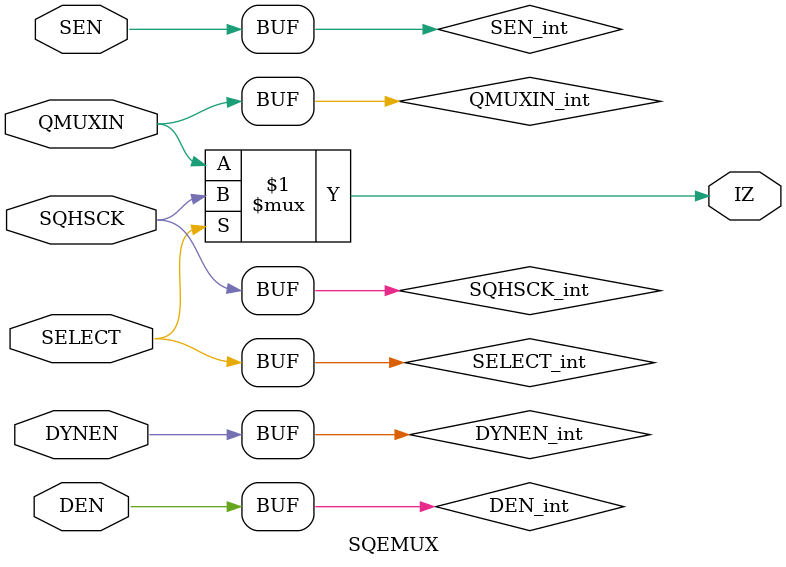
<source format=v>
`timescale 1ns/10ps

module SQEMUX(QMUXIN, SQHSCK, DYNEN, SEN, DEN, SELECT, IZ);

    input QMUXIN, SQHSCK, DYNEN, SEN, DEN, SELECT;

    (* DELAY_CONST_QMUXIN="{iopath_QMUXIN_IZ}" *)
    (* DELAY_CONST_SQHSCK="{iopath_SQHSCK_IZ}" *)
    (* DELAY_CONST_SELECT="1e-10" *)  // No timing for the select pin
    (* clkbuf_driver *)
    output IZ;

    wire QMUXIN_int, SQHSCK_int, DYNEN_int, SEN_int, DEN_int, SELECT_int;
    buf QMUXIN_buf (QMUXIN_int, QMUXIN) ;
    buf SQHSCK_buf (SQHSCK_int, SQHSCK) ;
    buf DYNEN_buf (DYNEN_int, DYNEN) ;
    buf SEN_buf (SEN_int, SEN) ;
    buf DEN_buf (DEN_int, DEN) ;
    buf SELECT_buf (SELECT_int, SELECT) ;

    specify
            if (SELECT == 1'b0 && SEN == 1'b1 && DEN == 1'b0)
               (QMUXIN => IZ) = (0,0);
            if (SELECT == 1'b1 && SEN == 1'b1 && DEN == 1'b0)
               (SQHSCK => IZ) = (0,0);
       //(DYNEN => IZ) = (0,0);
       //(SEN => IZ) = (0,0);
       //(DEN => IZ) = (0,0);
       //(SELECT => IZ) = (0,0);
    endspecify

    assign IZ = SELECT_int ?  SQHSCK_int : QMUXIN_int;
            
endmodule

</source>
